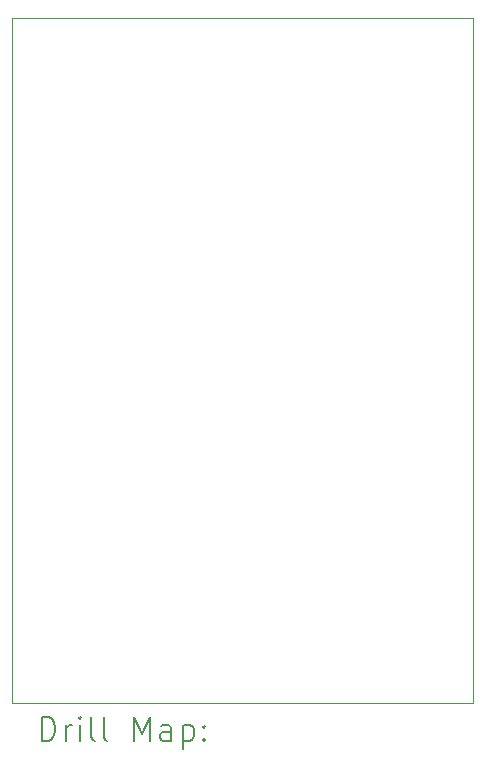
<source format=gbr>
%FSLAX45Y45*%
G04 Gerber Fmt 4.5, Leading zero omitted, Abs format (unit mm)*
G04 Created by KiCad (PCBNEW 6.0.3-a3aad9c10e~116~ubuntu20.04.1) date 2022-03-29 09:35:59*
%MOMM*%
%LPD*%
G01*
G04 APERTURE LIST*
%TA.AperFunction,Profile*%
%ADD10C,0.100000*%
%TD*%
%ADD11C,0.200000*%
G04 APERTURE END LIST*
D10*
X6400000Y-8600000D02*
X10300000Y-8600000D01*
X10300000Y-8600000D02*
X10300000Y-14400000D01*
X10300000Y-14400000D02*
X6400000Y-14400000D01*
X6400000Y-14400000D02*
X6400000Y-8600000D01*
D11*
X6652619Y-14715476D02*
X6652619Y-14515476D01*
X6700238Y-14515476D01*
X6728809Y-14525000D01*
X6747857Y-14544048D01*
X6757381Y-14563095D01*
X6766905Y-14601190D01*
X6766905Y-14629762D01*
X6757381Y-14667857D01*
X6747857Y-14686905D01*
X6728809Y-14705952D01*
X6700238Y-14715476D01*
X6652619Y-14715476D01*
X6852619Y-14715476D02*
X6852619Y-14582143D01*
X6852619Y-14620238D02*
X6862143Y-14601190D01*
X6871667Y-14591667D01*
X6890714Y-14582143D01*
X6909762Y-14582143D01*
X6976428Y-14715476D02*
X6976428Y-14582143D01*
X6976428Y-14515476D02*
X6966905Y-14525000D01*
X6976428Y-14534524D01*
X6985952Y-14525000D01*
X6976428Y-14515476D01*
X6976428Y-14534524D01*
X7100238Y-14715476D02*
X7081190Y-14705952D01*
X7071667Y-14686905D01*
X7071667Y-14515476D01*
X7205000Y-14715476D02*
X7185952Y-14705952D01*
X7176428Y-14686905D01*
X7176428Y-14515476D01*
X7433571Y-14715476D02*
X7433571Y-14515476D01*
X7500238Y-14658333D01*
X7566905Y-14515476D01*
X7566905Y-14715476D01*
X7747857Y-14715476D02*
X7747857Y-14610714D01*
X7738333Y-14591667D01*
X7719286Y-14582143D01*
X7681190Y-14582143D01*
X7662143Y-14591667D01*
X7747857Y-14705952D02*
X7728809Y-14715476D01*
X7681190Y-14715476D01*
X7662143Y-14705952D01*
X7652619Y-14686905D01*
X7652619Y-14667857D01*
X7662143Y-14648809D01*
X7681190Y-14639286D01*
X7728809Y-14639286D01*
X7747857Y-14629762D01*
X7843095Y-14582143D02*
X7843095Y-14782143D01*
X7843095Y-14591667D02*
X7862143Y-14582143D01*
X7900238Y-14582143D01*
X7919286Y-14591667D01*
X7928809Y-14601190D01*
X7938333Y-14620238D01*
X7938333Y-14677381D01*
X7928809Y-14696428D01*
X7919286Y-14705952D01*
X7900238Y-14715476D01*
X7862143Y-14715476D01*
X7843095Y-14705952D01*
X8024048Y-14696428D02*
X8033571Y-14705952D01*
X8024048Y-14715476D01*
X8014524Y-14705952D01*
X8024048Y-14696428D01*
X8024048Y-14715476D01*
X8024048Y-14591667D02*
X8033571Y-14601190D01*
X8024048Y-14610714D01*
X8014524Y-14601190D01*
X8024048Y-14591667D01*
X8024048Y-14610714D01*
M02*

</source>
